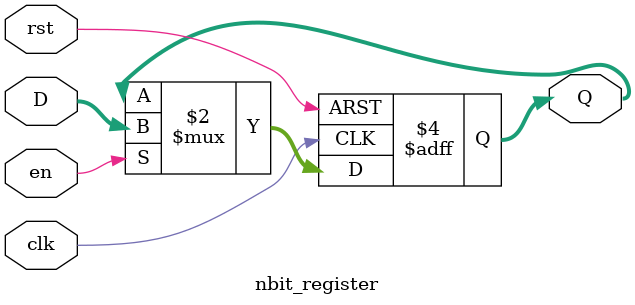
<source format=v>
module nbit_register #(
    parameter N = 8 
)(
    input clk, 
    input rst, 
    input en, 
    input [N-1:0] D, 
    output reg [N-1:0] Q
);

    always @(posedge clk or posedge rst) begin
        if (rst) begin
            Q <= {N{1'b0}};
        end else if (en) begin
            Q <= D;
        end
    end

endmodule

</source>
